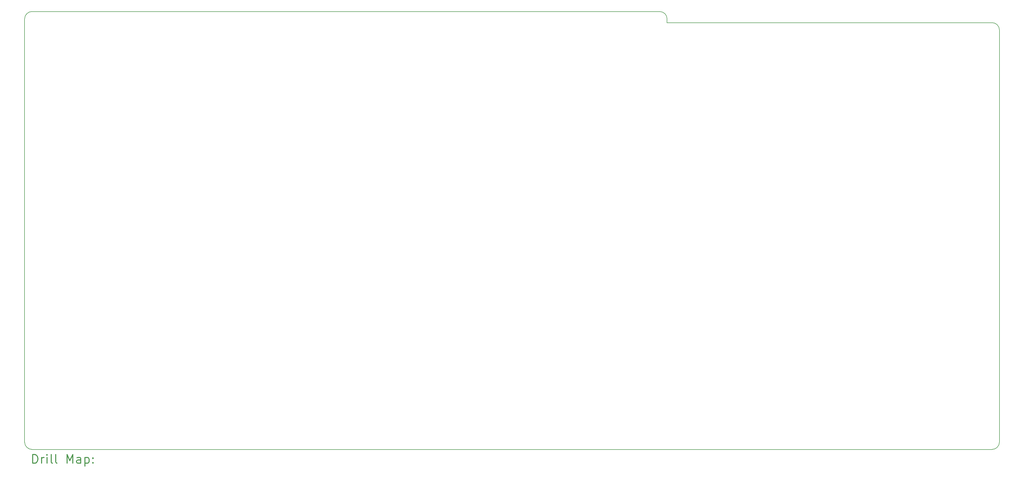
<source format=gbr>
%FSLAX45Y45*%
G04 Gerber Fmt 4.5, Leading zero omitted, Abs format (unit mm)*
G04 Created by KiCad (PCBNEW 5.1.9-1.fc33) date 2021-02-19 03:11:10*
%MOMM*%
%LPD*%
G01*
G04 APERTURE LIST*
%TA.AperFunction,Profile*%
%ADD10C,0.150000*%
%TD*%
%ADD11C,0.200000*%
%ADD12C,0.300000*%
G04 APERTURE END LIST*
D10*
X25781000Y-4953000D02*
X36893500Y-4953000D01*
X25781000Y-4826000D02*
X25781000Y-4953000D01*
X25781000Y-4826000D02*
G75*
G03*
X25527000Y-4572000I-254000J0D01*
G01*
X4064000Y-4572000D02*
X25527000Y-4572000D01*
X3810000Y-19304000D02*
X3810000Y-4826000D01*
X37147500Y-19304000D02*
X37147500Y-5207000D01*
X37147500Y-5207000D02*
G75*
G03*
X36893500Y-4953000I-254000J0D01*
G01*
X36893500Y-19558000D02*
X4064000Y-19558000D01*
X36893500Y-19558000D02*
G75*
G03*
X37147500Y-19304000I0J254000D01*
G01*
X4064000Y-4572000D02*
G75*
G03*
X3810000Y-4826000I0J-254000D01*
G01*
X3810000Y-19304000D02*
G75*
G03*
X4064000Y-19558000I254000J0D01*
G01*
D11*
D12*
X4088928Y-20031214D02*
X4088928Y-19731214D01*
X4160357Y-19731214D01*
X4203214Y-19745500D01*
X4231786Y-19774072D01*
X4246071Y-19802643D01*
X4260357Y-19859786D01*
X4260357Y-19902643D01*
X4246071Y-19959786D01*
X4231786Y-19988357D01*
X4203214Y-20016929D01*
X4160357Y-20031214D01*
X4088928Y-20031214D01*
X4388928Y-20031214D02*
X4388928Y-19831214D01*
X4388928Y-19888357D02*
X4403214Y-19859786D01*
X4417500Y-19845500D01*
X4446071Y-19831214D01*
X4474643Y-19831214D01*
X4574643Y-20031214D02*
X4574643Y-19831214D01*
X4574643Y-19731214D02*
X4560357Y-19745500D01*
X4574643Y-19759786D01*
X4588928Y-19745500D01*
X4574643Y-19731214D01*
X4574643Y-19759786D01*
X4760357Y-20031214D02*
X4731786Y-20016929D01*
X4717500Y-19988357D01*
X4717500Y-19731214D01*
X4917500Y-20031214D02*
X4888928Y-20016929D01*
X4874643Y-19988357D01*
X4874643Y-19731214D01*
X5260357Y-20031214D02*
X5260357Y-19731214D01*
X5360357Y-19945500D01*
X5460357Y-19731214D01*
X5460357Y-20031214D01*
X5731786Y-20031214D02*
X5731786Y-19874072D01*
X5717500Y-19845500D01*
X5688928Y-19831214D01*
X5631786Y-19831214D01*
X5603214Y-19845500D01*
X5731786Y-20016929D02*
X5703214Y-20031214D01*
X5631786Y-20031214D01*
X5603214Y-20016929D01*
X5588928Y-19988357D01*
X5588928Y-19959786D01*
X5603214Y-19931214D01*
X5631786Y-19916929D01*
X5703214Y-19916929D01*
X5731786Y-19902643D01*
X5874643Y-19831214D02*
X5874643Y-20131214D01*
X5874643Y-19845500D02*
X5903214Y-19831214D01*
X5960357Y-19831214D01*
X5988928Y-19845500D01*
X6003214Y-19859786D01*
X6017500Y-19888357D01*
X6017500Y-19974072D01*
X6003214Y-20002643D01*
X5988928Y-20016929D01*
X5960357Y-20031214D01*
X5903214Y-20031214D01*
X5874643Y-20016929D01*
X6146071Y-20002643D02*
X6160357Y-20016929D01*
X6146071Y-20031214D01*
X6131786Y-20016929D01*
X6146071Y-20002643D01*
X6146071Y-20031214D01*
X6146071Y-19845500D02*
X6160357Y-19859786D01*
X6146071Y-19874072D01*
X6131786Y-19859786D01*
X6146071Y-19845500D01*
X6146071Y-19874072D01*
M02*

</source>
